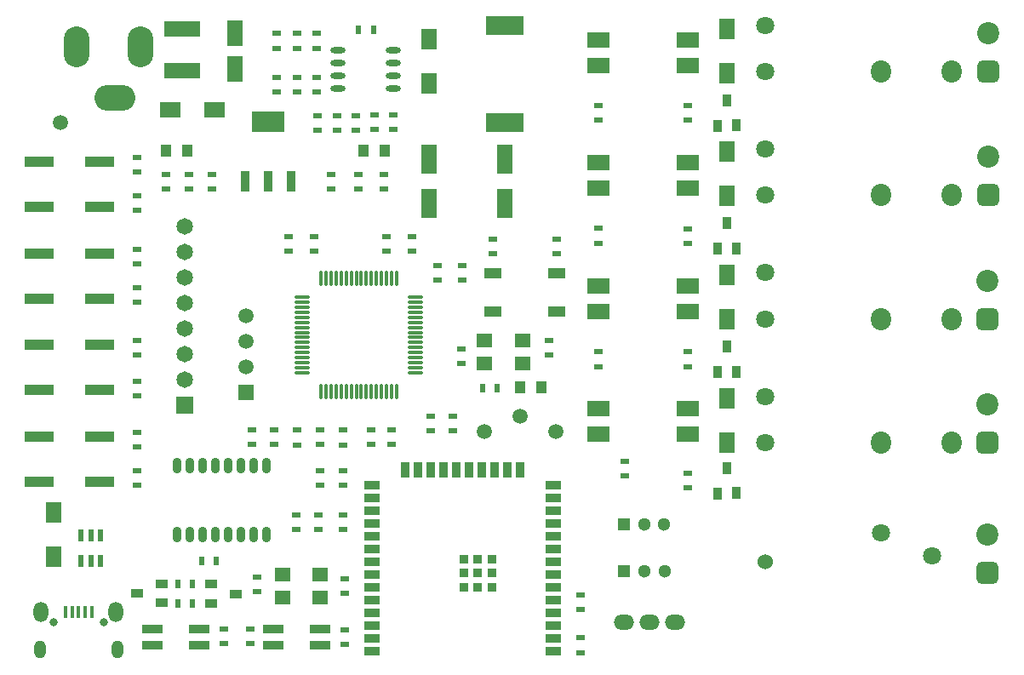
<source format=gbr>
%TF.GenerationSoftware,Altium Limited,Altium Designer,24.9.1 (31)*%
G04 Layer_Color=255*
%FSLAX45Y45*%
%MOMM*%
%TF.SameCoordinates,27D3D336-BC1F-43B1-B9D8-2BE266924E3D*%
%TF.FilePolarity,Positive*%
%TF.FileFunction,Pads,Top*%
%TF.Part,Single*%
G01*
G75*
%TA.AperFunction,SMDPad,CuDef*%
%ADD10R,0.85000X1.20000*%
%ADD11R,0.90000X0.55000*%
%ADD12R,3.80000X1.90000*%
%ADD13O,1.50000X0.60000*%
%ADD14C,1.50000*%
G04:AMPARAMS|DCode=15|XSize=1.49mm|YSize=0.28mm|CornerRadius=0.07mm|HoleSize=0mm|Usage=FLASHONLY|Rotation=180.000|XOffset=0mm|YOffset=0mm|HoleType=Round|Shape=RoundedRectangle|*
%AMROUNDEDRECTD15*
21,1,1.49000,0.14000,0,0,180.0*
21,1,1.35000,0.28000,0,0,180.0*
1,1,0.14000,-0.67500,0.07000*
1,1,0.14000,0.67500,0.07000*
1,1,0.14000,0.67500,-0.07000*
1,1,0.14000,-0.67500,-0.07000*
%
%ADD15ROUNDEDRECTD15*%
G04:AMPARAMS|DCode=16|XSize=1.49mm|YSize=0.28mm|CornerRadius=0.07mm|HoleSize=0mm|Usage=FLASHONLY|Rotation=270.000|XOffset=0mm|YOffset=0mm|HoleType=Round|Shape=RoundedRectangle|*
%AMROUNDEDRECTD16*
21,1,1.49000,0.14000,0,0,270.0*
21,1,1.35000,0.28000,0,0,270.0*
1,1,0.14000,-0.07000,-0.67500*
1,1,0.14000,-0.07000,0.67500*
1,1,0.14000,0.07000,0.67500*
1,1,0.14000,0.07000,-0.67500*
%
%ADD16ROUNDEDRECTD16*%
%ADD17O,0.90000X1.55000*%
%TA.AperFunction,ConnectorPad*%
%ADD18R,1.50000X0.90000*%
%TA.AperFunction,SMDPad,CuDef*%
G04:AMPARAMS|DCode=19|XSize=1.21mm|YSize=0.59mm|CornerRadius=0.07375mm|HoleSize=0mm|Usage=FLASHONLY|Rotation=270.000|XOffset=0mm|YOffset=0mm|HoleType=Round|Shape=RoundedRectangle|*
%AMROUNDEDRECTD19*
21,1,1.21000,0.44250,0,0,270.0*
21,1,1.06250,0.59000,0,0,270.0*
1,1,0.14750,-0.22125,-0.53125*
1,1,0.14750,-0.22125,0.53125*
1,1,0.14750,0.22125,0.53125*
1,1,0.14750,0.22125,-0.53125*
%
%ADD19ROUNDEDRECTD19*%
%ADD20R,2.20000X1.60000*%
%ADD21R,1.60000X1.40000*%
%ADD22R,0.90000X2.15000*%
%ADD23R,3.25000X2.15000*%
%ADD24R,3.00000X1.00000*%
%ADD25R,1.70000X1.00000*%
%ADD26R,0.55000X0.90000*%
%TA.AperFunction,BGAPad,CuDef*%
%ADD27R,0.90000X0.90000*%
%TA.AperFunction,ConnectorPad*%
%ADD28R,0.90000X1.50000*%
%TA.AperFunction,SMDPad,CuDef*%
%ADD29R,1.20000X0.85000*%
%ADD30R,2.00000X0.90000*%
%ADD31R,1.60000X3.00000*%
%ADD32R,0.45000X1.30000*%
%ADD33R,1.10000X1.20000*%
%ADD34R,1.55000X2.10000*%
%ADD35R,2.10000X1.55000*%
%ADD36R,3.55600X1.52400*%
%ADD37R,1.60000X2.60000*%
%TA.AperFunction,ComponentPad*%
%ADD46O,4.06400X2.54000*%
%ADD47O,2.54000X4.06400*%
%ADD48C,1.80000*%
%ADD49O,2.00000X2.20000*%
%ADD50O,1.45000X2.00000*%
%ADD51O,1.15000X1.80000*%
%ADD52C,0.80000*%
%ADD53R,1.30000X1.30000*%
%ADD54C,1.30000*%
%ADD55C,1.50000*%
%ADD56R,1.50000X1.50000*%
%ADD57C,1.65100*%
%ADD58R,1.65100X1.65100*%
%ADD59O,2.00000X1.50000*%
%ADD60C,2.20000*%
G04:AMPARAMS|DCode=61|XSize=2.2mm|YSize=2.2mm|CornerRadius=0.55mm|HoleSize=0mm|Usage=FLASHONLY|Rotation=90.000|XOffset=0mm|YOffset=0mm|HoleType=Round|Shape=RoundedRectangle|*
%AMROUNDEDRECTD61*
21,1,2.20000,1.10000,0,0,90.0*
21,1,1.10000,2.20000,0,0,90.0*
1,1,1.10000,0.55000,0.55000*
1,1,1.10000,0.55000,-0.55000*
1,1,1.10000,-0.55000,-0.55000*
1,1,1.10000,-0.55000,0.55000*
%
%ADD61ROUNDEDRECTD61*%
%TA.AperFunction,ViaPad*%
%ADD62C,1.52400*%
D10*
X6981439Y1719039D02*
D03*
X7170420Y1719580D02*
D03*
X7076440Y1969041D02*
D03*
Y3178081D02*
D03*
X7170420Y2928620D02*
D03*
X6981439Y2928079D02*
D03*
X7076440Y5626641D02*
D03*
X7170420Y5377180D02*
D03*
X6981439Y5376639D02*
D03*
X7170420Y4155440D02*
D03*
X6981439Y4154899D02*
D03*
X7076440Y4404901D02*
D03*
D11*
X3946441Y4272195D02*
D03*
Y4127195D02*
D03*
X6062980Y2038460D02*
D03*
Y1893460D02*
D03*
X3002280Y5330080D02*
D03*
Y5475080D02*
D03*
X5798267Y5574410D02*
D03*
Y5429410D02*
D03*
X6684727Y5428870D02*
D03*
Y5573870D02*
D03*
X1498600Y4890100D02*
D03*
Y4745100D02*
D03*
X2796168Y5858080D02*
D03*
Y5713080D02*
D03*
X3759920Y5485240D02*
D03*
Y5340240D02*
D03*
X3573780D02*
D03*
Y5485240D02*
D03*
X3027433Y2347902D02*
D03*
Y2202902D02*
D03*
X3256589Y2346896D02*
D03*
Y2201896D02*
D03*
X5378719Y4101880D02*
D03*
Y4246880D02*
D03*
X1210276Y1795708D02*
D03*
Y1940708D02*
D03*
X3278024Y219600D02*
D03*
Y364600D02*
D03*
X5798267Y3125850D02*
D03*
Y2980850D02*
D03*
X6684727Y2980310D02*
D03*
Y3125310D02*
D03*
X3665220Y4745100D02*
D03*
Y4890100D02*
D03*
X1210276Y4533346D02*
D03*
Y4678346D02*
D03*
X3256590Y1795707D02*
D03*
Y1940707D02*
D03*
X3027949Y1795707D02*
D03*
Y1940707D02*
D03*
X3383280Y5332620D02*
D03*
Y5477620D02*
D03*
X1726207Y4890100D02*
D03*
Y4745100D02*
D03*
X3689376Y4127195D02*
D03*
Y4272195D02*
D03*
X1210276Y3765800D02*
D03*
Y3620800D02*
D03*
X1210276Y2834940D02*
D03*
Y2689940D02*
D03*
X2337927Y225220D02*
D03*
Y370220D02*
D03*
X2797890Y2201896D02*
D03*
Y2346896D02*
D03*
X2997588Y5713620D02*
D03*
Y5858620D02*
D03*
X6684727Y1771540D02*
D03*
Y1916540D02*
D03*
Y4207130D02*
D03*
Y4352130D02*
D03*
X5798267Y4352670D02*
D03*
Y4207670D02*
D03*
X4347947Y2484596D02*
D03*
Y2339596D02*
D03*
X1210276Y2323707D02*
D03*
Y2178707D02*
D03*
Y3091253D02*
D03*
Y3236253D02*
D03*
X1210276Y4916345D02*
D03*
Y5061345D02*
D03*
Y4003800D02*
D03*
Y4148800D02*
D03*
X4125075Y2339596D02*
D03*
Y2484596D02*
D03*
X3736340Y2203340D02*
D03*
Y2348340D02*
D03*
X3533140D02*
D03*
Y2203340D02*
D03*
X4201107Y3987949D02*
D03*
Y3842949D02*
D03*
X4748719Y4247431D02*
D03*
Y4102431D02*
D03*
X4438545Y3987949D02*
D03*
Y3842949D02*
D03*
X4432535Y3156740D02*
D03*
Y3011740D02*
D03*
X3136900Y4890100D02*
D03*
Y4745100D02*
D03*
X3406140Y4890640D02*
D03*
Y4745640D02*
D03*
X2969236Y4127195D02*
D03*
Y4272195D02*
D03*
X2712170D02*
D03*
Y4127195D02*
D03*
X1949727Y4890100D02*
D03*
Y4745100D02*
D03*
X2405383Y888347D02*
D03*
Y743348D02*
D03*
X3278024Y725838D02*
D03*
Y870837D02*
D03*
X2075180Y369680D02*
D03*
Y224680D02*
D03*
X5622472Y281034D02*
D03*
Y136034D02*
D03*
Y562500D02*
D03*
Y707500D02*
D03*
X2352040Y2347436D02*
D03*
Y2202436D02*
D03*
X2570480Y2347436D02*
D03*
Y2202436D02*
D03*
X3008729Y1356940D02*
D03*
Y1501940D02*
D03*
X2787729Y1356940D02*
D03*
Y1501940D02*
D03*
X3260380Y1502480D02*
D03*
Y1357480D02*
D03*
X5308481Y3241740D02*
D03*
Y3096740D02*
D03*
X2596168Y5713080D02*
D03*
Y5858080D02*
D03*
X2996168Y6147440D02*
D03*
Y6292440D02*
D03*
X2796168Y6147440D02*
D03*
Y6292440D02*
D03*
X2596168Y6147440D02*
D03*
Y6292440D02*
D03*
X3197860Y5477620D02*
D03*
Y5332620D02*
D03*
D12*
X4864100Y5410320D02*
D03*
Y6370320D02*
D03*
D13*
X3759920Y5995200D02*
D03*
Y5868200D02*
D03*
Y5741200D02*
D03*
X3209920Y6122200D02*
D03*
Y5995200D02*
D03*
Y5868200D02*
D03*
Y5741200D02*
D03*
X3759920Y6122200D02*
D03*
D14*
X441960Y5407660D02*
D03*
X5372279Y2333166D02*
D03*
X4666111D02*
D03*
X5016500Y2486660D02*
D03*
D15*
X2846760Y3219380D02*
D03*
Y3269380D02*
D03*
Y3319380D02*
D03*
Y3369380D02*
D03*
Y3419380D02*
D03*
Y3469380D02*
D03*
Y3519380D02*
D03*
Y3569380D02*
D03*
Y3619380D02*
D03*
Y3669380D02*
D03*
X3980760D02*
D03*
Y3619380D02*
D03*
Y3569380D02*
D03*
Y3519380D02*
D03*
Y3469380D02*
D03*
Y3419380D02*
D03*
Y3369380D02*
D03*
Y3319380D02*
D03*
Y3269380D02*
D03*
Y3219380D02*
D03*
Y3169380D02*
D03*
Y3119380D02*
D03*
Y3069380D02*
D03*
Y3019380D02*
D03*
Y2969380D02*
D03*
Y2919380D02*
D03*
X2846760D02*
D03*
Y2969380D02*
D03*
Y3019380D02*
D03*
Y3069380D02*
D03*
Y3119380D02*
D03*
Y3169380D02*
D03*
D16*
X3038760Y3861380D02*
D03*
X3088760D02*
D03*
X3138760D02*
D03*
X3188760D02*
D03*
X3238760D02*
D03*
X3288760D02*
D03*
X3338760D02*
D03*
X3388760D02*
D03*
X3438760D02*
D03*
X3488760D02*
D03*
X3538760D02*
D03*
X3588760D02*
D03*
X3638760D02*
D03*
X3688760D02*
D03*
X3738760D02*
D03*
X3788760D02*
D03*
Y2727380D02*
D03*
X3738760D02*
D03*
X3688760D02*
D03*
X3638760D02*
D03*
X3588760D02*
D03*
X3538760D02*
D03*
X3488760D02*
D03*
X3438760D02*
D03*
X3388760D02*
D03*
X3338760D02*
D03*
X3288760D02*
D03*
X3238760D02*
D03*
X3188760D02*
D03*
X3138760D02*
D03*
X3088760D02*
D03*
X3038760D02*
D03*
D17*
X1606219Y1311252D02*
D03*
X1733219D02*
D03*
X1860219D02*
D03*
X1987219D02*
D03*
X2114219D02*
D03*
X2241219D02*
D03*
X2368219D02*
D03*
X2495219D02*
D03*
X1606219Y1996252D02*
D03*
X1733219D02*
D03*
X1860219D02*
D03*
X1987219D02*
D03*
X2114219D02*
D03*
X2241219D02*
D03*
X2368219D02*
D03*
X2495219D02*
D03*
D18*
X3547400Y914560D02*
D03*
Y787560D02*
D03*
Y660560D02*
D03*
Y533560D02*
D03*
Y406560D02*
D03*
Y279560D02*
D03*
Y152560D02*
D03*
X5347400Y1803560D02*
D03*
Y1676560D02*
D03*
Y1549560D02*
D03*
Y1422560D02*
D03*
Y1295560D02*
D03*
Y1168560D02*
D03*
Y1041560D02*
D03*
Y914560D02*
D03*
Y787560D02*
D03*
Y660560D02*
D03*
Y533560D02*
D03*
Y406560D02*
D03*
Y279560D02*
D03*
Y152560D02*
D03*
X3547400Y1803560D02*
D03*
Y1676560D02*
D03*
Y1549560D02*
D03*
Y1422560D02*
D03*
Y1295560D02*
D03*
Y1168560D02*
D03*
Y1041560D02*
D03*
D19*
X841760Y1296729D02*
D03*
X746760D02*
D03*
X651760D02*
D03*
Y1045729D02*
D03*
X746760D02*
D03*
X841760D02*
D03*
D20*
X5798268Y5007315D02*
D03*
X6684727Y6231923D02*
D03*
Y5977923D02*
D03*
X5798267D02*
D03*
Y6231923D02*
D03*
Y2558101D02*
D03*
Y2304101D02*
D03*
X6684727D02*
D03*
Y2558101D02*
D03*
X5798268Y3782708D02*
D03*
Y3528708D02*
D03*
X6684728D02*
D03*
Y3782708D02*
D03*
Y5007315D02*
D03*
Y4753315D02*
D03*
X5798268D02*
D03*
D21*
X4666480Y3011740D02*
D03*
X5046480D02*
D03*
Y3241740D02*
D03*
X4666480D02*
D03*
X3032262Y683067D02*
D03*
X2652262D02*
D03*
Y913068D02*
D03*
X3032262D02*
D03*
D22*
X2280520Y4825100D02*
D03*
X2509520D02*
D03*
X2738520D02*
D03*
D23*
X2509520Y5411100D02*
D03*
D24*
X238200Y4569325D02*
D03*
Y5019325D02*
D03*
X838200Y4569325D02*
D03*
Y5019325D02*
D03*
X837739Y2281687D02*
D03*
Y1831687D02*
D03*
X237739Y2281687D02*
D03*
Y1831687D02*
D03*
X838200Y4106779D02*
D03*
Y3656779D02*
D03*
X238200Y4106779D02*
D03*
Y3656779D02*
D03*
Y2744233D02*
D03*
Y3194233D02*
D03*
X838200Y2744233D02*
D03*
Y3194233D02*
D03*
D25*
X4748719Y3908060D02*
D03*
X5378719D02*
D03*
Y3528060D02*
D03*
X4748719D02*
D03*
D26*
X4787900Y2763520D02*
D03*
X4642900D02*
D03*
X1614063Y814337D02*
D03*
X1759063D02*
D03*
X1757647Y625356D02*
D03*
X1612647D02*
D03*
X1995081Y1044660D02*
D03*
X1850081D02*
D03*
X3557690Y6331700D02*
D03*
X3412690D02*
D03*
D27*
X4457400Y784560D02*
D03*
X4597400Y1064560D02*
D03*
X4457400D02*
D03*
Y924560D02*
D03*
X4597400D02*
D03*
X4737400D02*
D03*
Y1064560D02*
D03*
X4597400Y784560D02*
D03*
X4737400D02*
D03*
D28*
X4130400Y1953560D02*
D03*
X5019400D02*
D03*
X4892400D02*
D03*
X4765400D02*
D03*
X4638400D02*
D03*
X4003400D02*
D03*
X4511400D02*
D03*
X4384400D02*
D03*
X4257400D02*
D03*
X3876400D02*
D03*
D29*
X2191418Y719336D02*
D03*
X1941957Y625356D02*
D03*
X1941416Y814337D02*
D03*
X1205959Y723900D02*
D03*
X1455420Y817880D02*
D03*
X1455961Y628899D02*
D03*
D30*
X1822580Y372100D02*
D03*
X1362580D02*
D03*
X1822580Y212100D02*
D03*
X1362580D02*
D03*
X2566540D02*
D03*
X3026540D02*
D03*
X2566540Y372100D02*
D03*
X3026540D02*
D03*
D31*
X4114820Y5045077D02*
D03*
Y4605076D02*
D03*
X4864100Y5045077D02*
D03*
Y4605076D02*
D03*
D32*
X496352Y541760D02*
D03*
X756352D02*
D03*
X561352D02*
D03*
X626352D02*
D03*
X691352D02*
D03*
D33*
X5227320Y2776220D02*
D03*
X5017320D02*
D03*
X1708600Y5128260D02*
D03*
X1498600D02*
D03*
X3458620D02*
D03*
X3668620D02*
D03*
D34*
X4114820Y6239200D02*
D03*
Y5799200D02*
D03*
X7076440Y3450628D02*
D03*
Y3890628D02*
D03*
Y5115235D02*
D03*
Y4675235D02*
D03*
Y6339843D02*
D03*
Y5899843D02*
D03*
X382332Y1530230D02*
D03*
Y1090229D02*
D03*
X7076440Y2666021D02*
D03*
Y2226020D02*
D03*
D35*
X1540220Y5529580D02*
D03*
X1980220D02*
D03*
D36*
X1660840Y6341720D02*
D03*
Y5921580D02*
D03*
D37*
X2184920Y6299940D02*
D03*
Y5939940D02*
D03*
D46*
X988060Y5654040D02*
D03*
D47*
X607060Y6162040D02*
D03*
X1242060D02*
D03*
D48*
X7457440Y4683615D02*
D03*
Y5143615D02*
D03*
X8607440Y1328996D02*
D03*
X9115440Y1100396D02*
D03*
X7457440Y2679721D02*
D03*
Y2219721D02*
D03*
Y3912801D02*
D03*
Y3452801D02*
D03*
Y6374429D02*
D03*
Y5914429D02*
D03*
D49*
X8607440Y4683615D02*
D03*
X9307440D02*
D03*
Y2219721D02*
D03*
X8607440D02*
D03*
X9307440Y3452801D02*
D03*
X8607440D02*
D03*
X9307440Y5914429D02*
D03*
X8607440D02*
D03*
D50*
X253852Y541760D02*
D03*
X998852D02*
D03*
D51*
X238852Y161760D02*
D03*
X1013852D02*
D03*
D52*
X376352Y436761D02*
D03*
X876352D02*
D03*
D53*
X6054139Y946343D02*
D03*
X6050940Y1412240D02*
D03*
D54*
X6254139Y946343D02*
D03*
X6454139D02*
D03*
X6250940Y1412240D02*
D03*
X6450940D02*
D03*
D55*
X2288540Y3482340D02*
D03*
Y3228340D02*
D03*
Y2974340D02*
D03*
D56*
Y2720340D02*
D03*
D57*
X1678940Y4373880D02*
D03*
Y4119880D02*
D03*
Y3865880D02*
D03*
Y3611880D02*
D03*
Y3357880D02*
D03*
Y3103880D02*
D03*
Y2849880D02*
D03*
D58*
Y2595880D02*
D03*
D59*
X6556980Y437459D02*
D03*
X6302980D02*
D03*
X6048980D02*
D03*
D60*
X9667602Y1308995D02*
D03*
Y2602988D02*
D03*
X9670641Y6295429D02*
D03*
Y5064615D02*
D03*
X9667602Y3833801D02*
D03*
D61*
Y927995D02*
D03*
Y2221988D02*
D03*
X9670641Y5914429D02*
D03*
Y4683615D02*
D03*
X9667602Y3452801D02*
D03*
D62*
X7452360Y1038860D02*
D03*
%TF.MD5,a2f380719d419e874b21b89c5101a4d0*%
M02*

</source>
